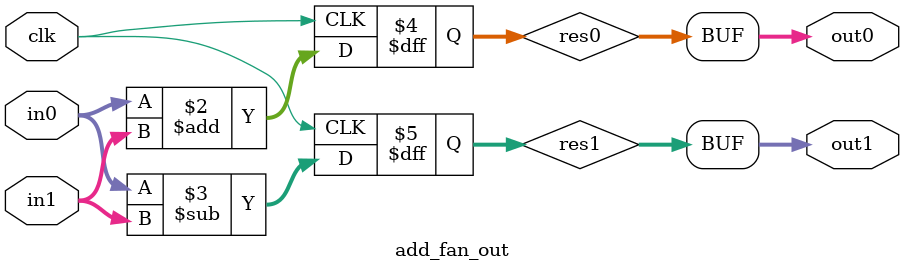
<source format=v>
module add_fan_out(input [1:0] in0,
                   input [1:0]  in1,
                   output [1:0] out0,
                   output [1:0] out1,
                   input        clk);
   

   reg [1:0]                    res0;
   
   reg [1:0]                    res1;
   
   

   always @(posedge clk)
     begin
        res0 <= in0 + in1;
        res1 <= in0 - in1;
     end

   assign out0 = res0;
   
   assign out1 = res1;
   
endmodule // add_fan_out


</source>
